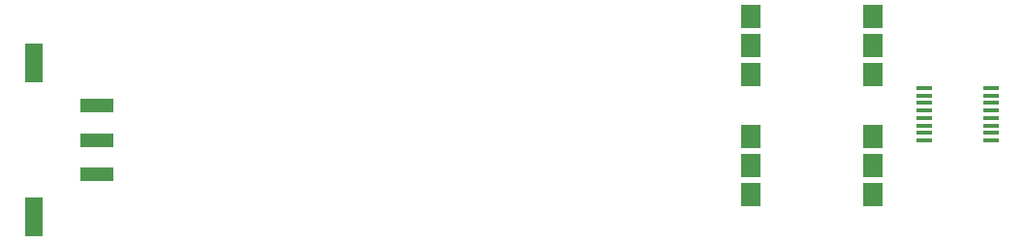
<source format=gbr>
G04 #@! TF.GenerationSoftware,KiCad,Pcbnew,(5.1.0)-1*
G04 #@! TF.CreationDate,2022-11-08T16:58:41+01:00*
G04 #@! TF.ProjectId,DualPressure_V1,4475616c-5072-4657-9373-7572655f5631,rev?*
G04 #@! TF.SameCoordinates,Original*
G04 #@! TF.FileFunction,Paste,Bot*
G04 #@! TF.FilePolarity,Positive*
%FSLAX46Y46*%
G04 Gerber Fmt 4.6, Leading zero omitted, Abs format (unit mm)*
G04 Created by KiCad (PCBNEW (5.1.0)-1) date 2022-11-08 16:58:41*
%MOMM*%
%LPD*%
G04 APERTURE LIST*
%ADD10R,1.750000X2.000000*%
%ADD11R,1.475000X0.450000*%
%ADD12R,2.920000X1.270000*%
%ADD13R,1.650000X3.430000*%
G04 APERTURE END LIST*
D10*
X189950000Y-101960000D03*
X200550000Y-101960000D03*
X189950000Y-104500000D03*
X200550000Y-104500000D03*
X189950000Y-107040000D03*
X200550000Y-107040000D03*
X189950000Y-91460000D03*
X200550000Y-91460000D03*
X189950000Y-94000000D03*
X200550000Y-94000000D03*
X189950000Y-96540000D03*
X200550000Y-96540000D03*
D11*
X205062000Y-102275000D03*
X205062000Y-101625000D03*
X205062000Y-100975000D03*
X205062000Y-100325000D03*
X205062000Y-99675000D03*
X205062000Y-99025000D03*
X205062000Y-98375000D03*
X205062000Y-97725000D03*
X210938000Y-97725000D03*
X210938000Y-98375000D03*
X210938000Y-99025000D03*
X210938000Y-99675000D03*
X210938000Y-100325000D03*
X210938000Y-100975000D03*
X210938000Y-101625000D03*
X210938000Y-102275000D03*
D12*
X132730000Y-99250000D03*
X132730000Y-102250000D03*
X132730000Y-105250000D03*
D13*
X127250000Y-95545000D03*
X127250000Y-108955000D03*
M02*

</source>
